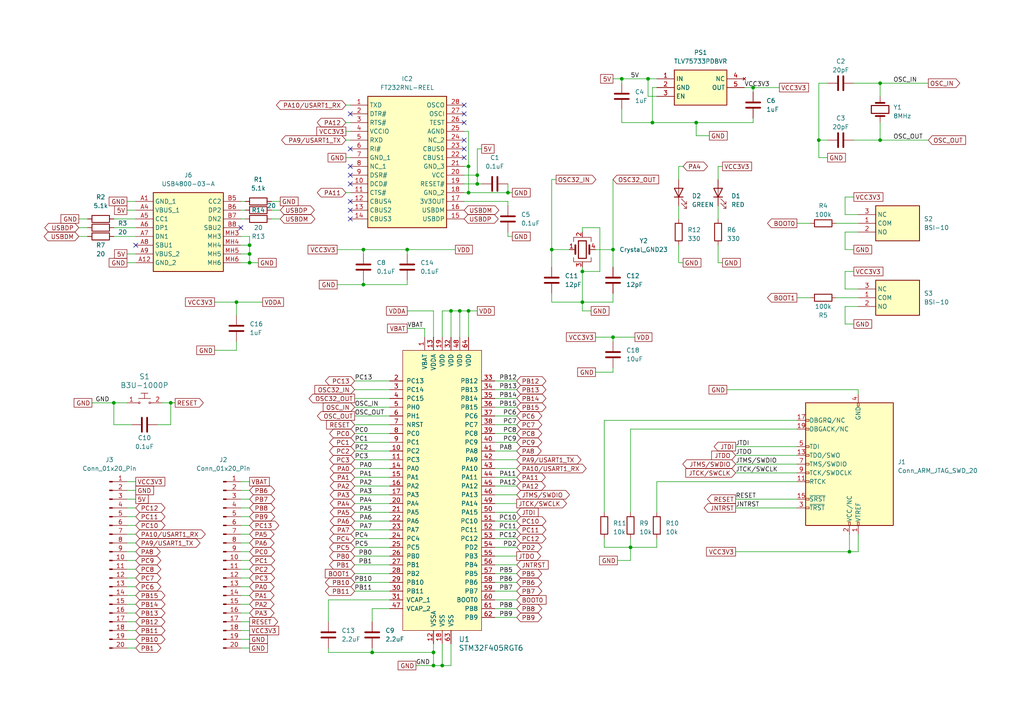
<source format=kicad_sch>
(kicad_sch (version 20230121) (generator eeschema)
  (paper "A4")
  (title_block (title "STM32F405RGT6 Dev Board") (date "2023-12-16") (rev "1.0.0"))
  (junction (at 201.93 35.56))
  (junction (at 180.34 22.86))
  (junction (at 177.8 97.79))
  (junction (at 168.91 78.74))
  (junction (at 135.89 90.17))
  (junction (at 182.88 158.75))
  (junction (at 237.49 40.64))
  (junction (at 125.73 189.23))
  (junction (at 138.43 53.34))
  (junction (at 125.73 193.04))
  (junction (at 147.32 55.88))
  (junction (at 138.43 50.8))
  (junction (at 218.44 25.4))
  (junction (at 105.41 72.39))
  (junction (at 107.95 189.23))
  (junction (at 72.39 71.12))
  (junction (at 187.96 22.86))
  (junction (at 33.02 116.84))
  (junction (at 130.81 90.17))
  (junction (at 160.02 72.39))
  (junction (at 49.53 116.84))
  (junction (at 68.58 87.63))
  (junction (at 128.27 193.04))
  (junction (at 72.39 73.66))
  (junction (at 105.41 82.55))
  (junction (at 255.27 24.13))
  (junction (at 118.11 72.39))
  (junction (at 189.23 35.56))
  (junction (at 133.35 90.17))
  (junction (at 135.89 55.88))
  (junction (at 72.39 76.2))
  (junction (at 255.27 40.64))
  (junction (at 246.38 160.02))
  (junction (at 135.89 48.26))
  (junction (at 177.8 72.39))
  (junction (at 168.91 87.63))
  (no_connect (at 101.6 43.18))
  (no_connect (at 101.6 33.02))
  (no_connect (at 69.85 66.04))
  (no_connect (at 134.62 45.72))
  (no_connect (at 134.62 33.02))
  (no_connect (at 134.62 35.56))
  (no_connect (at 101.6 58.42))
  (no_connect (at 101.6 50.8))
  (no_connect (at 134.62 40.64))
  (no_connect (at 39.37 71.12))
  (no_connect (at 101.6 63.5))
  (no_connect (at 134.62 30.48))
  (no_connect (at 101.6 60.96))
  (no_connect (at 101.6 53.34))
  (no_connect (at 134.62 43.18))
  (no_connect (at 101.6 48.26))
  (wire (pts (xy 39.37 175.26) (xy 36.83 175.26)))
  (wire (pts (xy 143.51 161.29) (xy 149.86 161.29)))
  (wire (pts (xy 118.11 81.28) (xy 118.11 82.55)))
  (wire (pts (xy 50.8 116.84) (xy 49.53 116.84)))
  (wire (pts (xy 118.11 72.39) (xy 132.08 72.39)))
  (wire (pts (xy 213.36 129.54) (xy 231.14 129.54)))
  (wire (pts (xy 255.27 40.64) (xy 255.27 35.56)))
  (wire (pts (xy 177.8 97.79) (xy 177.8 99.06)))
  (wire (pts (xy 149.86 118.11) (xy 143.51 118.11)))
  (wire (pts (xy 245.11 78.74) (xy 245.11 83.82)))
  (wire (pts (xy 102.87 140.97) (xy 113.03 140.97)))
  (wire (pts (xy 138.43 53.34) (xy 139.7 53.34)))
  (wire (pts (xy 143.51 146.05) (xy 149.86 146.05)))
  (wire (pts (xy 72.39 154.94) (xy 69.85 154.94)))
  (wire (pts (xy 81.28 63.5) (xy 78.74 63.5)))
  (wire (pts (xy 81.28 60.96) (xy 78.74 60.96)))
  (wire (pts (xy 179.07 162.56) (xy 182.88 162.56)))
  (wire (pts (xy 139.7 43.18) (xy 138.43 43.18)))
  (wire (pts (xy 208.28 59.69) (xy 208.28 63.5)))
  (wire (pts (xy 36.83 147.32) (xy 39.37 147.32)))
  (wire (pts (xy 248.92 67.31) (xy 245.11 67.31)))
  (wire (pts (xy 39.37 180.34) (xy 36.83 180.34)))
  (wire (pts (xy 208.28 76.2) (xy 209.55 76.2)))
  (wire (pts (xy 128.27 193.04) (xy 125.73 193.04)))
  (wire (pts (xy 102.87 128.27) (xy 113.03 128.27)))
  (wire (pts (xy 143.51 113.03) (xy 149.86 113.03)))
  (wire (pts (xy 26.67 116.84) (xy 33.02 116.84)))
  (wire (pts (xy 72.39 76.2) (xy 69.85 76.2)))
  (wire (pts (xy 125.73 189.23) (xy 125.73 193.04)))
  (wire (pts (xy 160.02 52.07) (xy 161.29 52.07)))
  (wire (pts (xy 22.86 63.5) (xy 25.4 63.5)))
  (wire (pts (xy 69.85 60.96) (xy 71.12 60.96)))
  (wire (pts (xy 102.87 148.59) (xy 113.03 148.59)))
  (wire (pts (xy 149.86 135.89) (xy 143.51 135.89)))
  (wire (pts (xy 49.53 116.84) (xy 46.99 116.84)))
  (wire (pts (xy 149.86 133.35) (xy 143.51 133.35)))
  (wire (pts (xy 237.49 40.64) (xy 240.03 40.64)))
  (wire (pts (xy 208.28 48.26) (xy 208.28 52.07)))
  (wire (pts (xy 182.88 156.21) (xy 182.88 158.75)))
  (wire (pts (xy 102.87 153.67) (xy 113.03 153.67)))
  (wire (pts (xy 123.19 97.79) (xy 123.19 95.25)))
  (wire (pts (xy 246.38 160.02) (xy 248.92 160.02)))
  (wire (pts (xy 201.93 35.56) (xy 218.44 35.56)))
  (wire (pts (xy 175.26 156.21) (xy 175.26 158.75)))
  (wire (pts (xy 128.27 186.69) (xy 128.27 193.04)))
  (wire (pts (xy 147.32 55.88) (xy 148.59 55.88)))
  (wire (pts (xy 39.37 167.64) (xy 36.83 167.64)))
  (wire (pts (xy 190.5 158.75) (xy 190.5 156.21)))
  (wire (pts (xy 177.8 72.39) (xy 177.8 77.47)))
  (wire (pts (xy 62.23 101.6) (xy 68.58 101.6)))
  (wire (pts (xy 149.86 176.53) (xy 143.51 176.53)))
  (wire (pts (xy 72.39 175.26) (xy 69.85 175.26)))
  (wire (pts (xy 102.87 133.35) (xy 113.03 133.35)))
  (wire (pts (xy 68.58 101.6) (xy 68.58 99.06)))
  (wire (pts (xy 218.44 26.67) (xy 218.44 25.4)))
  (wire (pts (xy 213.36 132.08) (xy 231.14 132.08)))
  (wire (pts (xy 72.39 68.58) (xy 72.39 71.12)))
  (wire (pts (xy 255.27 40.64) (xy 269.24 40.64)))
  (wire (pts (xy 149.86 128.27) (xy 143.51 128.27)))
  (wire (pts (xy 72.39 177.8) (xy 69.85 177.8)))
  (wire (pts (xy 180.34 31.75) (xy 180.34 35.56)))
  (wire (pts (xy 209.55 48.26) (xy 208.28 48.26)))
  (wire (pts (xy 102.87 113.03) (xy 113.03 113.03)))
  (wire (pts (xy 107.95 180.34) (xy 107.95 176.53)))
  (wire (pts (xy 125.73 90.17) (xy 125.73 97.79)))
  (wire (pts (xy 242.57 64.77) (xy 248.92 64.77)))
  (wire (pts (xy 180.34 22.86) (xy 187.96 22.86)))
  (wire (pts (xy 213.36 160.02) (xy 246.38 160.02)))
  (wire (pts (xy 149.86 125.73) (xy 143.51 125.73)))
  (wire (pts (xy 36.83 144.78) (xy 39.37 144.78)))
  (wire (pts (xy 247.65 40.64) (xy 255.27 40.64)))
  (wire (pts (xy 36.83 139.7) (xy 39.37 139.7)))
  (wire (pts (xy 69.85 71.12) (xy 72.39 71.12)))
  (wire (pts (xy 100.33 45.72) (xy 101.6 45.72)))
  (wire (pts (xy 125.73 186.69) (xy 125.73 189.23)))
  (wire (pts (xy 130.81 186.69) (xy 130.81 193.04)))
  (wire (pts (xy 147.32 68.58) (xy 148.59 68.58)))
  (wire (pts (xy 72.39 73.66) (xy 72.39 76.2)))
  (wire (pts (xy 138.43 90.17) (xy 135.89 90.17)))
  (wire (pts (xy 97.79 82.55) (xy 105.41 82.55)))
  (wire (pts (xy 138.43 50.8) (xy 134.62 50.8)))
  (wire (pts (xy 245.11 62.23) (xy 248.92 62.23)))
  (wire (pts (xy 113.03 173.99) (xy 95.25 173.99)))
  (wire (pts (xy 38.1 123.19) (xy 33.02 123.19)))
  (wire (pts (xy 39.37 185.42) (xy 36.83 185.42)))
  (wire (pts (xy 172.72 72.39) (xy 177.8 72.39)))
  (wire (pts (xy 147.32 58.42) (xy 147.32 59.69)))
  (wire (pts (xy 72.39 172.72) (xy 69.85 172.72)))
  (wire (pts (xy 149.86 115.57) (xy 143.51 115.57)))
  (wire (pts (xy 133.35 90.17) (xy 133.35 97.79)))
  (wire (pts (xy 49.53 123.19) (xy 49.53 116.84)))
  (wire (pts (xy 213.36 137.16) (xy 231.14 137.16)))
  (wire (pts (xy 45.72 123.19) (xy 49.53 123.19)))
  (wire (pts (xy 135.89 55.88) (xy 134.62 55.88)))
  (wire (pts (xy 39.37 170.18) (xy 36.83 170.18)))
  (wire (pts (xy 143.51 143.51) (xy 149.86 143.51)))
  (wire (pts (xy 218.44 34.29) (xy 218.44 35.56)))
  (wire (pts (xy 133.35 90.17) (xy 130.81 90.17)))
  (wire (pts (xy 160.02 72.39) (xy 160.02 77.47)))
  (wire (pts (xy 102.87 168.91) (xy 113.03 168.91)))
  (wire (pts (xy 102.87 143.51) (xy 113.03 143.51)))
  (wire (pts (xy 39.37 172.72) (xy 36.83 172.72)))
  (wire (pts (xy 196.85 59.69) (xy 196.85 63.5)))
  (wire (pts (xy 72.39 167.64) (xy 69.85 167.64)))
  (wire (pts (xy 160.02 87.63) (xy 168.91 87.63)))
  (wire (pts (xy 149.86 158.75) (xy 143.51 158.75)))
  (wire (pts (xy 173.99 66.04) (xy 173.99 78.74)))
  (wire (pts (xy 62.23 87.63) (xy 68.58 87.63)))
  (wire (pts (xy 237.49 45.72) (xy 237.49 40.64)))
  (wire (pts (xy 69.85 73.66) (xy 72.39 73.66)))
  (wire (pts (xy 102.87 146.05) (xy 113.03 146.05)))
  (wire (pts (xy 177.8 97.79) (xy 184.15 97.79)))
  (wire (pts (xy 72.39 147.32) (xy 69.85 147.32)))
  (wire (pts (xy 135.89 38.1) (xy 135.89 48.26)))
  (wire (pts (xy 22.86 66.04) (xy 25.4 66.04)))
  (wire (pts (xy 190.5 139.7) (xy 190.5 148.59)))
  (wire (pts (xy 33.02 68.58) (xy 39.37 68.58)))
  (wire (pts (xy 72.39 162.56) (xy 69.85 162.56)))
  (wire (pts (xy 102.87 138.43) (xy 113.03 138.43)))
  (wire (pts (xy 102.87 118.11) (xy 113.03 118.11)))
  (wire (pts (xy 134.62 53.34) (xy 138.43 53.34)))
  (wire (pts (xy 143.51 173.99) (xy 149.86 173.99)))
  (wire (pts (xy 190.5 27.94) (xy 187.96 27.94)))
  (wire (pts (xy 36.83 149.86) (xy 39.37 149.86)))
  (wire (pts (xy 72.39 170.18) (xy 69.85 170.18)))
  (wire (pts (xy 231.14 121.92) (xy 175.26 121.92)))
  (wire (pts (xy 182.88 148.59) (xy 182.88 124.46)))
  (wire (pts (xy 215.9 25.4) (xy 218.44 25.4)))
  (wire (pts (xy 149.86 166.37) (xy 143.51 166.37)))
  (wire (pts (xy 177.8 87.63) (xy 177.8 85.09)))
  (wire (pts (xy 36.83 60.96) (xy 39.37 60.96)))
  (wire (pts (xy 189.23 25.4) (xy 189.23 35.56)))
  (wire (pts (xy 130.81 193.04) (xy 128.27 193.04)))
  (wire (pts (xy 248.92 88.9) (xy 245.11 88.9)))
  (wire (pts (xy 168.91 66.04) (xy 173.99 66.04)))
  (wire (pts (xy 134.62 58.42) (xy 147.32 58.42)))
  (wire (pts (xy 189.23 35.56) (xy 201.93 35.56)))
  (wire (pts (xy 196.85 48.26) (xy 196.85 52.07)))
  (wire (pts (xy 69.85 180.34) (xy 72.39 180.34)))
  (wire (pts (xy 143.51 130.81) (xy 149.86 130.81)))
  (wire (pts (xy 72.39 76.2) (xy 74.93 76.2)))
  (wire (pts (xy 102.87 125.73) (xy 113.03 125.73)))
  (wire (pts (xy 72.39 152.4) (xy 69.85 152.4)))
  (wire (pts (xy 72.39 160.02) (xy 69.85 160.02)))
  (wire (pts (xy 100.33 55.88) (xy 101.6 55.88)))
  (wire (pts (xy 149.86 120.65) (xy 143.51 120.65)))
  (wire (pts (xy 240.03 45.72) (xy 237.49 45.72)))
  (wire (pts (xy 231.14 139.7) (xy 190.5 139.7)))
  (wire (pts (xy 180.34 22.86) (xy 180.34 24.13)))
  (wire (pts (xy 36.83 152.4) (xy 39.37 152.4)))
  (wire (pts (xy 72.39 144.78) (xy 69.85 144.78)))
  (wire (pts (xy 102.87 120.65) (xy 113.03 120.65)))
  (wire (pts (xy 107.95 187.96) (xy 107.95 189.23)))
  (wire (pts (xy 72.39 165.1) (xy 69.85 165.1)))
  (wire (pts (xy 135.89 90.17) (xy 135.89 97.79)))
  (wire (pts (xy 33.02 66.04) (xy 39.37 66.04)))
  (wire (pts (xy 118.11 90.17) (xy 125.73 90.17)))
  (wire (pts (xy 100.33 40.64) (xy 101.6 40.64)))
  (wire (pts (xy 160.02 52.07) (xy 160.02 72.39)))
  (wire (pts (xy 231.14 64.77) (xy 234.95 64.77)))
  (wire (pts (xy 134.62 48.26) (xy 135.89 48.26)))
  (wire (pts (xy 175.26 121.92) (xy 175.26 148.59)))
  (wire (pts (xy 237.49 24.13) (xy 237.49 40.64)))
  (wire (pts (xy 168.91 66.04) (xy 168.91 67.31)))
  (wire (pts (xy 196.85 71.12) (xy 196.85 76.2)))
  (wire (pts (xy 172.72 97.79) (xy 177.8 97.79)))
  (wire (pts (xy 245.11 83.82) (xy 248.92 83.82)))
  (wire (pts (xy 246.38 154.94) (xy 246.38 160.02)))
  (wire (pts (xy 36.83 154.94) (xy 39.37 154.94)))
  (wire (pts (xy 182.88 124.46) (xy 231.14 124.46)))
  (wire (pts (xy 39.37 187.96) (xy 36.83 187.96)))
  (wire (pts (xy 72.39 157.48) (xy 69.85 157.48)))
  (wire (pts (xy 118.11 72.39) (xy 105.41 72.39)))
  (wire (pts (xy 68.58 87.63) (xy 76.2 87.63)))
  (wire (pts (xy 248.92 154.94) (xy 248.92 160.02)))
  (wire (pts (xy 68.58 87.63) (xy 68.58 91.44)))
  (wire (pts (xy 168.91 78.74) (xy 168.91 87.63)))
  (wire (pts (xy 69.85 182.88) (xy 72.39 182.88)))
  (wire (pts (xy 255.27 24.13) (xy 269.24 24.13)))
  (wire (pts (xy 177.8 107.95) (xy 177.8 106.68)))
  (wire (pts (xy 118.11 72.39) (xy 118.11 73.66)))
  (wire (pts (xy 72.39 149.86) (xy 69.85 149.86)))
  (wire (pts (xy 100.33 38.1) (xy 101.6 38.1)))
  (wire (pts (xy 102.87 161.29) (xy 113.03 161.29)))
  (wire (pts (xy 107.95 189.23) (xy 125.73 189.23)))
  (wire (pts (xy 173.99 78.74) (xy 168.91 78.74)))
  (wire (pts (xy 240.03 24.13) (xy 237.49 24.13)))
  (wire (pts (xy 171.45 90.17) (xy 168.91 90.17)))
  (wire (pts (xy 102.87 110.49) (xy 113.03 110.49)))
  (wire (pts (xy 182.88 158.75) (xy 182.88 162.56)))
  (wire (pts (xy 177.8 52.07) (xy 177.8 72.39)))
  (wire (pts (xy 128.27 90.17) (xy 128.27 97.79)))
  (wire (pts (xy 255.27 27.94) (xy 255.27 24.13)))
  (wire (pts (xy 95.25 187.96) (xy 95.25 189.23)))
  (wire (pts (xy 95.25 173.99) (xy 95.25 180.34)))
  (wire (pts (xy 138.43 50.8) (xy 138.43 53.34)))
  (wire (pts (xy 118.11 95.25) (xy 123.19 95.25)))
  (wire (pts (xy 102.87 123.19) (xy 113.03 123.19)))
  (wire (pts (xy 182.88 158.75) (xy 190.5 158.75)))
  (wire (pts (xy 247.65 93.98) (xy 245.11 93.98)))
  (wire (pts (xy 245.11 57.15) (xy 245.11 62.23)))
  (wire (pts (xy 72.39 71.12) (xy 72.39 73.66)))
  (wire (pts (xy 102.87 158.75) (xy 113.03 158.75)))
  (wire (pts (xy 210.82 113.03) (xy 248.92 113.03)))
  (wire (pts (xy 208.28 71.12) (xy 208.28 76.2)))
  (wire (pts (xy 69.85 58.42) (xy 71.12 58.42)))
  (wire (pts (xy 168.91 87.63) (xy 177.8 87.63)))
  (wire (pts (xy 187.96 27.94) (xy 187.96 22.86)))
  (wire (pts (xy 149.86 179.07) (xy 143.51 179.07)))
  (wire (pts (xy 190.5 25.4) (xy 189.23 25.4)))
  (wire (pts (xy 213.36 134.62) (xy 231.14 134.62)))
  (wire (pts (xy 168.91 90.17) (xy 168.91 87.63)))
  (wire (pts (xy 97.79 72.39) (xy 105.41 72.39)))
  (wire (pts (xy 213.36 147.32) (xy 231.14 147.32)))
  (wire (pts (xy 135.89 90.17) (xy 133.35 90.17)))
  (wire (pts (xy 234.95 86.36) (xy 231.14 86.36)))
  (wire (pts (xy 100.33 30.48) (xy 101.6 30.48)))
  (wire (pts (xy 39.37 162.56) (xy 36.83 162.56)))
  (wire (pts (xy 248.92 113.03) (xy 248.92 114.3)))
  (wire (pts (xy 36.83 58.42) (xy 39.37 58.42)))
  (wire (pts (xy 242.57 86.36) (xy 248.92 86.36)))
  (wire (pts (xy 39.37 160.02) (xy 36.83 160.02)))
  (wire (pts (xy 102.87 156.21) (xy 113.03 156.21)))
  (wire (pts (xy 149.86 123.19) (xy 143.51 123.19)))
  (wire (pts (xy 100.33 35.56) (xy 101.6 35.56)))
  (wire (pts (xy 69.85 68.58) (xy 72.39 68.58)))
  (wire (pts (xy 102.87 163.83) (xy 113.03 163.83)))
  (wire (pts (xy 175.26 158.75) (xy 182.88 158.75)))
  (wire (pts (xy 78.74 58.42) (xy 81.28 58.42)))
  (wire (pts (xy 102.87 135.89) (xy 113.03 135.89)))
  (wire (pts (xy 135.89 55.88) (xy 147.32 55.88)))
  (wire (pts (xy 22.86 68.58) (xy 25.4 68.58)))
  (wire (pts (xy 149.86 168.91) (xy 143.51 168.91)))
  (wire (pts (xy 102.87 171.45) (xy 113.03 171.45)))
  (wire (pts (xy 245.11 72.39) (xy 247.65 72.39)))
  (wire (pts (xy 105.41 81.28) (xy 105.41 82.55)))
  (wire (pts (xy 196.85 76.2) (xy 198.12 76.2)))
  (wire (pts (xy 198.12 48.26) (xy 196.85 48.26)))
  (wire (pts (xy 130.81 90.17) (xy 130.81 97.79)))
  (wire (pts (xy 36.83 157.48) (xy 39.37 157.48)))
  (wire (pts (xy 143.51 163.83) (xy 149.86 163.83)))
  (wire (pts (xy 33.02 63.5) (xy 39.37 63.5)))
  (wire (pts (xy 190.5 22.86) (xy 187.96 22.86)))
  (wire (pts (xy 149.86 156.21) (xy 143.51 156.21)))
  (wire (pts (xy 36.83 142.24) (xy 39.37 142.24)))
  (wire (pts (xy 33.02 123.19) (xy 33.02 116.84)))
  (wire (pts (xy 149.86 153.67) (xy 143.51 153.67)))
  (wire (pts (xy 149.86 110.49) (xy 143.51 110.49)))
  (wire (pts (xy 135.89 48.26) (xy 135.89 55.88)))
  (wire (pts (xy 102.87 130.81) (xy 113.03 130.81)))
  (wire (pts (xy 33.02 116.84) (xy 36.83 116.84)))
  (wire (pts (xy 69.85 185.42) (xy 72.39 185.42)))
  (wire (pts (xy 39.37 177.8) (xy 36.83 177.8)))
  (wire (pts (xy 105.41 72.39) (xy 105.41 73.66)))
  (wire (pts (xy 143.51 148.59) (xy 149.86 148.59)))
  (wire (pts (xy 147.32 67.31) (xy 147.32 68.58)))
  (wire (pts (xy 69.85 187.96) (xy 72.39 187.96)))
  (wire (pts (xy 180.34 35.56) (xy 189.23 35.56)))
  (wire (pts (xy 149.86 151.13) (xy 143.51 151.13)))
  (wire (pts (xy 69.85 139.7) (xy 72.39 139.7)))
  (wire (pts (xy 72.39 142.24) (xy 69.85 142.24)))
  (wire (pts (xy 69.85 63.5) (xy 71.12 63.5)))
  (wire (pts (xy 172.72 107.95) (xy 177.8 107.95)))
  (wire (pts (xy 134.62 38.1) (xy 135.89 38.1)))
  (wire (pts (xy 102.87 115.57) (xy 113.03 115.57)))
  (wire (pts (xy 205.74 39.37) (xy 201.93 39.37)))
  (wire (pts (xy 102.87 166.37) (xy 113.03 166.37)))
  (wire (pts (xy 149.86 171.45) (xy 143.51 171.45)))
  (wire (pts (xy 168.91 77.47) (xy 168.91 78.74)))
  (wire (pts (xy 201.93 39.37) (xy 201.93 35.56)))
  (wire (pts (xy 147.32 53.34) (xy 147.32 55.88)))
  (wire (pts (xy 39.37 165.1) (xy 36.83 165.1)))
  (wire (pts (xy 160.02 85.09) (xy 160.02 87.63)))
  (wire (pts (xy 247.65 78.74) (xy 245.11 78.74)))
  (wire (pts (xy 120.65 193.04) (xy 125.73 193.04)))
  (wire (pts (xy 218.44 25.4) (xy 226.06 25.4)))
  (wire (pts (xy 213.36 144.78) (xy 231.14 144.78)))
  (wire (pts (xy 118.11 82.55) (xy 105.41 82.55)))
  (wire (pts (xy 138.43 43.18) (xy 138.43 50.8)))
  (wire (pts (xy 255.27 24.13) (xy 247.65 24.13)))
  (wire (pts (xy 177.8 22.86) (xy 180.34 22.86)))
  (wire (pts (xy 36.83 73.66) (xy 39.37 73.66)))
  (wire (pts (xy 39.37 182.88) (xy 36.83 182.88)))
  (wire (pts (xy 102.87 151.13) (xy 113.03 151.13)))
  (wire (pts (xy 245.11 67.31) (xy 245.11 72.39)))
  (wire (pts (xy 245.11 57.15) (xy 247.65 57.15)))
  (wire (pts (xy 95.25 189.23) (xy 107.95 189.23)))
  (wire (pts (xy 130.81 90.17) (xy 128.27 90.17)))
  (wire (pts (xy 143.51 138.43) (xy 149.86 138.43)))
  (wire (pts (xy 160.02 72.39) (xy 165.1 72.39)))
  (wire (pts (xy 107.95 176.53) (xy 113.03 176.53)))
  (wire (pts (xy 245.11 93.98) (xy 245.11 88.9)))
  (wire (pts (xy 143.51 140.97) (xy 149.86 140.97)))
  (wire (pts (xy 36.83 76.2) (xy 39.37 76.2)))
  (label "OSC_OUT" (at 102.87 120.65 0))
  (label "PA8" (at 144.78 130.81 0))
  (label "PC3" (at 102.87 133.35 0))
  (label "PC6" (at 149.86 120.65 180))
  (label "JNTRST" (at 213.36 147.32 0))
  (label "PB5" (at 144.78 166.37 0))
  (label "PA6" (at 107.95 151.13 180))
  (label "PB8" (at 144.78 176.53 0))
  (label "PA1" (at 107.95 138.43 180))
  (label "JTCK{slash}SWCLK" (at 213.36 137.16 0))
  (label "PC13" (at 102.87 110.49 0))
  (label "PB11" (at 107.95 171.45 180))
  (label "PB6" (at 144.78 168.91 0))
  (label "PB15" (at 144.78 118.11 0))
  (label "PA5" (at 107.95 148.59 180))
  (label "PC11" (at 149.86 153.67 180))
  (label "PC12" (at 149.86 156.21 180))
  (label "PC7" (at 149.86 123.19 180))
  (label "PA2" (at 107.95 140.97 180))
  (label "PC1" (at 102.87 128.27 0))
  (label "PC4" (at 102.87 156.21 0))
  (label "PB12" (at 144.78 110.49 0))
  (label "RESET" (at 213.36 144.78 0))
  (label "PA0" (at 107.95 135.89 180))
  (label "JTMS{slash}SWDIO" (at 213.36 134.62 0))
  (label "PB13" (at 144.78 113.03 0))
  (label "PB1" (at 107.95 163.83 180))
  (label "JTDI" (at 213.36 129.54 0))
  (label "GND" (at 31.75 116.84 180))
  (label "OSC_IN" (at 102.87 118.11 0))
  (label "PC2" (at 102.87 130.81 0))
  (label "VBAT" (at 118.11 95.25 0))
  (label "PA3" (at 107.95 143.51 180))
  (label "PB10" (at 107.95 168.91 180))
  (label "PC8" (at 149.86 125.73 180))
  (label "PD2" (at 149.86 158.75 180))
  (label "PC10" (at 149.86 151.13 180))
  (label "PB9" (at 144.78 179.07 0))
  (label "PA11" (at 144.78 138.43 0))
  (label "PA4" (at 107.95 146.05 180))
  (label "PC9" (at 149.86 128.27 180))
  (label "PB7" (at 144.78 171.45 0))
  (label "PC5" (at 102.87 158.75 0))
  (label "OSC_IN" (at 259.08 24.13 0))
  (label "PA12" (at 144.78 140.97 0))
  (label "OSC_OUT" (at 259.08 40.64 0))
  (label "PB14" (at 144.78 115.57 0))
  (label "PC0" (at 102.87 125.73 0))
  (label "PA7" (at 107.95 153.67 180))
  (label "VCC3V3" (at 215.9 25.4 0))
  (label "JTDO" (at 213.36 132.08 0))
  (label "PB0" (at 107.95 161.29 180))
  (label "GND" (at 120.65 193.04 0))
  (label "5V" (at 182.88 22.86 0))
  (global_label "GND" (shape passive) (at 72.39 187.96 0) (property "Intersheetrefs" "${INTERSHEET_REFS}" (effects hide)))
  (global_label "5V" (shape passive) (at 177.8 22.86 180) (property "Intersheetrefs" "${INTERSHEET_REFS}" (effects hide)))
  (global_label "JTCK{slash}SWCLK" (shape input) (at 213.36 137.16 180) (property "Intersheetrefs" "${INTERSHEET_REFS}" (effects hide)))
  (global_label "VCC3V3" (shape passive) (at 213.36 160.02 180) (property "Intersheetrefs" "${INTERSHEET_REFS}" (effects hide)))
  (global_label "PB7" (shape bidirectional) (at 72.39 144.78 0) (property "Intersheetrefs" "${INTERSHEET_REFS}" (effects hide)))
  (global_label "PC7" (shape bidirectional) (at 149.86 123.19 0) (property "Intersheetrefs" "${INTERSHEET_REFS}" (effects hide)))
  (global_label "VBAT" (shape passive) (at 72.39 139.7 0) (property "Intersheetrefs" "${INTERSHEET_REFS}" (effects hide)))
  (global_label "PC9" (shape bidirectional) (at 149.86 128.27 0) (property "Intersheetrefs" "${INTERSHEET_REFS}" (effects hide)))
  (global_label "BOOT0" (shape input) (at 149.86 173.99 0) (property "Intersheetrefs" "${INTERSHEET_REFS}" (effects hide)))
  (global_label "VDDA" (shape passive) (at 118.11 90.17 180) (property "Intersheetrefs" "${INTERSHEET_REFS}" (effects hide)))
  (global_label "PB13" (shape bidirectional) (at 149.86 113.03 0) (property "Intersheetrefs" "${INTERSHEET_REFS}" (effects hide)))
  (global_label "VCC3V3" (shape passive) (at 247.65 78.74 0) (property "Intersheetrefs" "${INTERSHEET_REFS}" (effects hide)))
  (global_label "GND" (shape passive) (at 100.33 45.72 180) (property "Intersheetrefs" "${INTERSHEET_REFS}" (effects hide)))
  (global_label "PC1" (shape bidirectional) (at 72.39 162.56 0) (property "Intersheetrefs" "${INTERSHEET_REFS}" (effects hide)))
  (global_label "BOOT1" (shape input) (at 102.87 166.37 180) (property "Intersheetrefs" "${INTERSHEET_REFS}" (effects hide)))
  (global_label "5V" (shape passive) (at 39.37 144.78 0) (property "Intersheetrefs" "${INTERSHEET_REFS}" (effects hide)))
  (global_label "PC6" (shape bidirectional) (at 39.37 170.18 0) (property "Intersheetrefs" "${INTERSHEET_REFS}" (effects hide)))
  (global_label "GND" (shape passive) (at 198.12 76.2 0) (property "Intersheetrefs" "${INTERSHEET_REFS}" (effects hide)))
  (global_label "PC8" (shape bidirectional) (at 149.86 125.73 0) (property "Intersheetrefs" "${INTERSHEET_REFS}" (effects hide)))
  (global_label "5V" (shape passive) (at 139.7 43.18 0) (property "Intersheetrefs" "${INTERSHEET_REFS}" (effects hide)))
  (global_label "OSC_IN" (shape output) (at 269.24 24.13 0) (property "Intersheetrefs" "${INTERSHEET_REFS}" (effects hide)))
  (global_label "PC0" (shape bidirectional) (at 102.87 125.73 180) (property "Intersheetrefs" "${INTERSHEET_REFS}" (effects hide)))
  (global_label "RESET" (shape input) (at 102.87 123.19 180) (property "Intersheetrefs" "${INTERSHEET_REFS}" (effects hide)))
  (global_label "PA8" (shape bidirectional) (at 39.37 160.02 0) (property "Intersheetrefs" "${INTERSHEET_REFS}" (effects hide)))
  (global_label "PA10{slash}USART1_RX" (shape bidirectional) (at 149.86 135.89 0) (property "Intersheetrefs" "${INTERSHEET_REFS}" (effects hide)))
  (global_label "OSC32_OUT" (shape output) (at 102.87 115.57 180) (property "Intersheetrefs" "${INTERSHEET_REFS}" (effects hide)))
  (global_label "GND" (shape passive) (at 74.93 76.2 0) (property "Intersheetrefs" "${INTERSHEET_REFS}" (effects hide)))
  (global_label "GND" (shape passive) (at 148.59 68.58 0) (property "Intersheetrefs" "${INTERSHEET_REFS}" (effects hide)))
  (global_label "PB11" (shape bidirectional) (at 102.87 171.45 180) (property "Intersheetrefs" "${INTERSHEET_REFS}" (effects hide)))
  (global_label "RESET" (shape output) (at 50.8 116.84 0) (property "Intersheetrefs" "${INTERSHEET_REFS}" (effects hide)))
  (global_label "VDD" (shape passive) (at 138.43 90.17 0) (property "Intersheetrefs" "${INTERSHEET_REFS}" (effects hide)))
  (global_label "VCC3V3" (shape passive) (at 226.06 25.4 0) (property "Intersheetrefs" "${INTERSHEET_REFS}" (effects hide)))
  (global_label "JTDI" (shape input) (at 149.86 148.59 0) (property "Intersheetrefs" "${INTERSHEET_REFS}" (effects hide)))
  (global_label "OSC32_IN" (shape output) (at 161.29 52.07 0) (property "Intersheetrefs" "${INTERSHEET_REFS}" (effects hide)))
  (global_label "PA12" (shape bidirectional) (at 100.33 35.56 180) (property "Intersheetrefs" "${INTERSHEET_REFS}" (effects hide)))
  (global_label "PC5" (shape bidirectional) (at 102.87 158.75 180) (property "Intersheetrefs" "${INTERSHEET_REFS}" (effects hide)))
  (global_label "GND" (shape passive) (at 26.67 116.84 180) (property "Intersheetrefs" "${INTERSHEET_REFS}" (effects hide)))
  (global_label "PA9{slash}USART1_TX" (shape bidirectional) (at 100.33 40.64 180) (property "Intersheetrefs" "${INTERSHEET_REFS}" (effects hide)))
  (global_label "5V" (shape passive) (at 36.83 60.96 180) (property "Intersheetrefs" "${INTERSHEET_REFS}" (effects hide)))
  (global_label "GND" (shape passive) (at 81.28 58.42 0) (property "Intersheetrefs" "${INTERSHEET_REFS}" (effects hide)))
  (global_label "PB6" (shape bidirectional) (at 72.39 142.24 0) (property "Intersheetrefs" "${INTERSHEET_REFS}" (effects hide)))
  (global_label "GND" (shape passive) (at 172.72 107.95 180) (property "Intersheetrefs" "${INTERSHEET_REFS}" (effects hide)))
  (global_label "PB8" (shape bidirectional) (at 149.86 176.53 0) (property "Intersheetrefs" "${INTERSHEET_REFS}" (effects hide)))
  (global_label "VCC3V3" (shape passive) (at 62.23 87.63 180) (property "Intersheetrefs" "${INTERSHEET_REFS}" (effects hide)))
  (global_label "PC4" (shape bidirectional) (at 102.87 156.21 180) (property "Intersheetrefs" "${INTERSHEET_REFS}" (effects hide)))
  (global_label "OSC_OUT" (shape output) (at 102.87 120.65 180) (property "Intersheetrefs" "${INTERSHEET_REFS}" (effects hide)))
  (global_label "PB6" (shape bidirectional) (at 149.86 168.91 0) (property "Intersheetrefs" "${INTERSHEET_REFS}" (effects hide)))
  (global_label "PB5" (shape bidirectional) (at 149.86 166.37 0) (property "Intersheetrefs" "${INTERSHEET_REFS}" (effects hide)))
  (global_label "GND" (shape passive) (at 171.45 90.17 0) (property "Intersheetrefs" "${INTERSHEET_REFS}" (effects hide)))
  (global_label "PA5" (shape bidirectional) (at 72.39 154.94 0) (property "Intersheetrefs" "${INTERSHEET_REFS}" (effects hide)))
  (global_label "PA0" (shape bidirectional) (at 102.87 135.89 180) (property "Intersheetrefs" "${INTERSHEET_REFS}" (effects hide)))
  (global_label "PA4" (shape bidirectional) (at 102.87 146.05 180) (property "Intersheetrefs" "${INTERSHEET_REFS}" (effects hide)))
  (global_label "PC10" (shape bidirectional) (at 149.86 151.13 0) (property "Intersheetrefs" "${INTERSHEET_REFS}" (effects hide)))
  (global_label "GND" (shape passive) (at 205.74 39.37 0) (property "Intersheetrefs" "${INTERSHEET_REFS}" (effects hide)))
  (global_label "VCC3V3" (shape passive) (at 247.65 57.15 0) (property "Intersheetrefs" "${INTERSHEET_REFS}" (effects hide)))
  (global_label "PA8" (shape bidirectional) (at 149.86 130.81 0) (property "Intersheetrefs" "${INTERSHEET_REFS}" (effects hide)))
  (global_label "PA1" (shape bidirectional) (at 72.39 172.72 0) (property "Intersheetrefs" "${INTERSHEET_REFS}" (effects hide)))
  (global_label "USBDP" (shape bidirectional) (at 81.28 60.96 0) (property "Intersheetrefs" "${INTERSHEET_REFS}" (effects hide)))
  (global_label "PA1" (shape bidirectional) (at 102.87 138.43 180) (property "Intersheetrefs" "${INTERSHEET_REFS}" (effects hide)))
  (global_label "PC11" (shape bidirectional) (at 149.86 153.67 0) (property "Intersheetrefs" "${INTERSHEET_REFS}" (effects hide)))
  (global_label "OSC_OUT" (shape input) (at 269.24 40.64 0) (property "Intersheetrefs" "${INTERSHEET_REFS}" (effects hide)))
  (global_label "JTDI" (shape output) (at 213.36 129.54 180) (property "Intersheetrefs" "${INTERSHEET_REFS}" (effects hide)))
  (global_label "PB15" (shape bidirectional) (at 39.37 172.72 0) (property "Intersheetrefs" "${INTERSHEET_REFS}" (effects hide)))
  (global_label "PA6" (shape bidirectional) (at 72.39 157.48 0) (property "Intersheetrefs" "${INTERSHEET_REFS}" (effects hide)))
  (global_label "JNTRST" (shape input) (at 149.86 163.83 0) (property "Intersheetrefs" "${INTERSHEET_REFS}" (effects hide)))
  (global_label "PC11" (shape bidirectional) (at 39.37 149.86 0) (property "Intersheetrefs" "${INTERSHEET_REFS}" (effects hide)))
  (global_label "USBDM" (shape bidirectional) (at 22.86 68.58 180) (property "Intersheetrefs" "${INTERSHEET_REFS}" (effects hide)))
  (global_label "PA5" (shape bidirectional) (at 102.87 148.59 180) (property "Intersheetrefs" "${INTERSHEET_REFS}" (effects hide)))
  (global_label "PA11" (shape bidirectional) (at 149.86 138.43 0) (property "Intersheetrefs" "${INTERSHEET_REFS}" (effects hide)))
  (global_label "BOOT1" (shape output) (at 231.14 86.36 180) (property "Intersheetrefs" "${INTERSHEET_REFS}" (effects hide)))
  (global_label "GND" (shape passive) (at 62.23 101.6 180) (property "Intersheetrefs" "${INTERSHEET_REFS}" (effects hide)))
  (global_label "PC0" (shape bidirectional) (at 72.39 160.02 0) (property "Intersheetrefs" "${INTERSHEET_REFS}" (effects hide)))
  (global_label "JTDO" (shape output) (at 149.86 161.29 0) (property "Intersheetrefs" "${INTERSHEET_REFS}" (effects hide)))
  (global_label "PA9{slash}USART1_TX" (shape bidirectional) (at 39.37 157.48 0) (property "Intersheetrefs" "${INTERSHEET_REFS}" (effects hide)))
  (global_label "PC6" (shape bidirectional) (at 149.86 120.65 0) (property "Intersheetrefs" "${INTERSHEET_REFS}" (effects hide)))
  (global_label "USBDP" (shape bidirectional) (at 134.62 63.5 0) (property "Intersheetrefs" "${INTERSHEET_REFS}" (effects hide)))
  (global_label "GND" (shape passive) (at 179.07 162.56 180) (property "Intersheetrefs" "${INTERSHEET_REFS}" (effects hide)))
  (global_label "USBDM" (shape bidirectional) (at 81.28 63.5 0) (property "Intersheetrefs" "${INTERSHEET_REFS}" (effects hide)))
  (global_label "USBDM" (shape bidirectional) (at 134.62 60.96 0) (property "Intersheetrefs" "${INTERSHEET_REFS}" (effects hide)))
  (global_label "JNTRST" (shape output) (at 213.36 147.32 180) (property "Intersheetrefs" "${INTERSHEET_REFS}" (effects hide)))
  (global_label "JTMS{slash}SWDIO" (shape bidirectional) (at 213.36 134.62 180) (property "Intersheetrefs" "${INTERSHEET_REFS}" (effects hide)))
  (global_label "BOOT0" (shape output) (at 231.14 64.77 180) (property "Intersheetrefs" "${INTERSHEET_REFS}" (effects hide)))
  (global_label "PB9" (shape bidirectional) (at 149.86 179.07 0) (property "Intersheetrefs" "${INTERSHEET_REFS}" (effects hide)))
  (global_label "PC3" (shape bidirectional) (at 102.87 133.35 180) (property "Intersheetrefs" "${INTERSHEET_REFS}" (effects hide)))
  (global_label "PA0" (shape bidirectional) (at 72.39 170.18 0) (property "Intersheetrefs" "${INTERSHEET_REFS}" (effects hide)))
  (global_label "PC7" (shape bidirectional) (at 39.37 167.64 0) (property "Intersheetrefs" "${INTERSHEET_REFS}" (effects hide)))
  (global_label "PB15" (shape bidirectional) (at 149.86 118.11 0) (property "Intersheetrefs" "${INTERSHEET_REFS}" (effects hide)))
  (global_label "PC12" (shape bidirectional) (at 149.86 156.21 0) (property "Intersheetrefs" "${INTERSHEET_REFS}" (effects hide)))
  (global_label "PC10" (shape bidirectional) (at 39.37 152.4 0) (property "Intersheetrefs" "${INTERSHEET_REFS}" (effects hide)))
  (global_label "VCC3V3" (shape passive) (at 72.39 182.88 0) (property "Intersheetrefs" "${INTERSHEET_REFS}" (effects hide)))
  (global_label "GND" (shape passive) (at 72.39 185.42 0) (property "Intersheetrefs" "${INTERSHEET_REFS}" (effects hide)))
  (global_label "GND" (shape passive) (at 36.83 58.42 180) (property "Intersheetrefs" "${INTERSHEET_REFS}" (effects hide)))
  (global_label "GND" (shape passive) (at 120.65 193.04 180) (property "Intersheetrefs" "${INTERSHEET_REFS}" (effects hide)))
  (global_label "RESET" (shape output) (at 72.39 180.34 0) (property "Intersheetrefs" "${INTERSHEET_REFS}" (effects hide)))
  (global_label "PA2" (shape bidirectional) (at 102.87 140.97 180) (property "Intersheetrefs" "${INTERSHEET_REFS}" (effects hide)))
  (global_label "PC9" (shape bidirectional) (at 39.37 162.56 0) (property "Intersheetrefs" "${INTERSHEET_REFS}" (effects hide)))
  (global_label "GND" (shape passive) (at 209.55 76.2 0) (property "Intersheetrefs" "${INTERSHEET_REFS}" (effects hide)))
  (global_label "PA2" (shape bidirectional) (at 72.39 175.26 0) (property "Intersheetrefs" "${INTERSHEET_REFS}" (effects hide)))
  (global_label "OSC32_OUT" (shape input) (at 177.8 52.07 0) (property "Intersheetrefs" "${INTERSHEET_REFS}" (effects hide)))
  (global_label "PA4" (shape bidirectional) (at 198.12 48.26 0) (property "Intersheetrefs" "${INTERSHEET_REFS}" (effects hide)))
  (global_label "PB7" (shape bidirectional) (at 149.86 171.45 0) (property "Intersheetrefs" "${INTERSHEET_REFS}" (effects hide)))
  (global_label "PC12" (shape bidirectional) (at 39.37 147.32 0) (property "Intersheetrefs" "${INTERSHEET_REFS}" (effects hide)))
  (global_label "PC3" (shape bidirectional) (at 72.39 167.64 0) (property "Intersheetrefs" "${INTERSHEET_REFS}" (effects hide)))
  (global_label "PA6" (shape bidirectional) (at 102.87 151.13 180) (property "Intersheetrefs" "${INTERSHEET_REFS}" (effects hide)))
  (global_label "PB13" (shape bidirectional) (at 39.37 177.8 0) (property "Intersheetrefs" "${INTERSHEET_REFS}" (effects hide)))
  (global_label "PD2" (shape bidirectional) (at 149.86 158.75 0) (property "Intersheetrefs" "${INTERSHEET_REFS}" (effects hide)))
  (global_label "PB10" (shape bidirectional) (at 102.87 168.91 180) (property "Intersheetrefs" "${INTERSHEET_REFS}" (effects hide)))
  (global_label "PA3" (shape bidirectional) (at 72.39 177.8 0) (property "Intersheetrefs" "${INTERSHEET_REFS}" (effects hide)))
  (global_label "VDDA" (shape passive) (at 76.2 87.63 0) (property "Intersheetrefs" "${INTERSHEET_REFS}" (effects hide)))
  (global_label "RESET" (shape output) (at 213.36 144.78 180) (property "Intersheetrefs" "${INTERSHEET_REFS}" (effects hide)))
  (global_label "PA3" (shape bidirectional) (at 102.87 143.51 180) (property "Intersheetrefs" "${INTERSHEET_REFS}" (effects hide)))
  (global_label "VDD" (shape passive) (at 132.08 72.39 0) (property "Intersheetrefs" "${INTERSHEET_REFS}" (effects hide)))
  (global_label "VCC3V3" (shape passive) (at 100.33 38.1 180) (property "Intersheetrefs" "${INTERSHEET_REFS}" (effects hide)))
  (global_label "JTDO" (shape input) (at 213.36 132.08 180) (property "Intersheetrefs" "${INTERSHEET_REFS}" (effects hide)))
  (global_label "VDD" (shape passive) (at 184.15 97.79 0) (property "Intersheetrefs" "${INTERSHEET_REFS}" (effects hide)))
  (global_label "PB12" (shape bidirectional) (at 39.37 180.34 0) (property "Intersheetrefs" "${INTERSHEET_REFS}" (effects hide)))
  (global_label "PB10" (shape bidirectional) (at 39.37 185.42 0) (property "Intersheetrefs" "${INTERSHEET_REFS}" (effects hide)))
  (global_label "VCC3V3" (shape passive) (at 97.79 72.39 180) (property "Intersheetrefs" "${INTERSHEET_REFS}" (effects hide)))
  (global_label "PA7" (shape bidirectional) (at 102.87 153.67 180) (property "Intersheetrefs" "${INTERSHEET_REFS}" (effects hide)))
  (global_label "PB14" (shape bidirectional) (at 39.37 175.26 0) (property "Intersheetrefs" "${INTERSHEET_REFS}" (effects hide)))
  (global_label "VBAT" (shape passive) (at 118.11 95.25 180) (property "Intersheetrefs" "${INTERSHEET_REFS}" (effects hide)))
  (global_label "OSC32_IN" (shape input) (at 102.87 113.03 180) (property "Intersheetrefs" "${INTERSHEET_REFS}" (effects hide)))
  (global_label "PC13" (shape bidirectional) (at 72.39 152.4 0) (property "Intersheetrefs" "${INTERSHEET_REFS}" (effects hide)))
  (global_label "GND" (shape passive) (at 247.65 93.98 0) (property "Intersheetrefs" "${INTERSHEET_REFS}" (effects hide)))
  (global_label "PB9" (shape bidirectional) (at 72.39 149.86 0) (property "Intersheetrefs" "${INTERSHEET_REFS}" (effects hide)))
  (global_label "GND" (shape passive) (at 210.82 113.03 180) (property "Intersheetrefs" "${INTERSHEET_REFS}" (effects hide)))
  (global_label "PC2" (shape bidirectional) (at 72.39 165.1 0) (property "Intersheetrefs" "${INTERSHEET_REFS}" (effects hide)))
  (global_label "VCC3V3" (shape passive) (at 172.72 97.79 180) (property "Intersheetrefs" "${INTERSHEET_REFS}" (effects hide)))
  (global_label "PC2" (shape bidirectional) (at 102.87 130.81 180) (property "Intersheetrefs" "${INTERSHEET_REFS}" (effects hide)))
  (global_label "GND" (shape passive) (at 36.83 76.2 180) (property "Intersheetrefs" "${INTERSHEET_REFS}" (effects hide)))
  (global_label "PB11" (shape bidirectional) (at 39.37 182.88 0) (property "Intersheetrefs" "${INTERSHEET_REFS}" (effects hide)))
  (global_label "PB12" (shape bidirectional) (at 149.86 110.49 0) (property "Intersheetrefs" "${INTERSHEET_REFS}" (effects hide)))
  (global_label "PB1" (shape bidirectional) (at 39.37 187.96 0) (property "Intersheetrefs" "${INTERSHEET_REFS}" (effects hide)))
  (global_label "GND" (shape passive) (at 247.65 72.39 0) (property "Intersheetrefs" "${INTERSHEET_REFS}" (effects hide)))
  (global_label "PC8" (shape bidirectional) (at 39.37 165.1 0) (property "Intersheetrefs" "${INTERSHEET_REFS}" (effects hide)))
  (global_label "GND" (shape passive) (at 39.37 142.24 0) (property "Intersheetrefs" "${INTERSHEET_REFS}" (effects hide)))
  (global_label "OSC_IN" (shape input) (at 102.87 118.11 180) (property "Intersheetrefs" "${INTERSHEET_REFS}" (effects hide)))
  (global_label "GND" (shape passive) (at 97.79 82.55 180) (property "Intersheetrefs" "${INTERSHEET_REFS}" (effects hide)))
  (global_label "PB1" (shape bidirectional) (at 102.87 163.83 180) (property "Intersheetrefs" "${INTERSHEET_REFS}" (effects hide)))
  (global_label "PB8" (shape bidirectional) (at 72.39 147.32 0) (property "Intersheetrefs" "${INTERSHEET_REFS}" (effects hide)))
  (global_label "VCC3V3" (shape passive) (at 39.37 139.7 0) (property "Intersheetrefs" "${INTERSHEET_REFS}" (effects hide)))
  (global_label "5V" (shape passive) (at 36.83 73.66 180) (property "Intersheetrefs" "${INTERSHEET_REFS}" (effects hide)))
  (global_label "PA10{slash}USART1_RX" (shape bidirectional) (at 100.33 30.48 180) (property "Intersheetrefs" "${INTERSHEET_REFS}" (effects hide)))
  (global_label "JTMS{slash}SWDIO" (shape bidirectional) (at 149.86 143.51 0) (property "Intersheetrefs" "${INTERSHEET_REFS}" (effects hide)))
  (global_label "GND" (shape passive) (at 240.03 45.72 0) (property "Intersheetrefs" "${INTERSHEET_REFS}" (effects hide)))
  (global_label "PA10{slash}USART1_RX" (shape bidirectional) (at 39.37 154.94 0) (property "Intersheetrefs" "${INTERSHEET_REFS}" (effects hide)))
  (global_label "GND" (shape passive) (at 148.59 55.88 0) (property "Intersheetrefs" "${INTERSHEET_REFS}" (effects hide)))
  (global_label "PC13" (shape bidirectional) (at 102.87 110.49 180) (property "Intersheetrefs" "${INTERSHEET_REFS}" (effects hide)))
  (global_label "JTCK{slash}SWCLK" (shape output) (at 149.86 146.05 0) (property "Intersheetrefs" "${INTERSHEET_REFS}" (effects hide)))
  (global_label "PC1" (shape bidirectional) (at 102.87 128.27 180) (property "Intersheetrefs" "${INTERSHEET_REFS}" (effects hide)))
  (global_label "GND" (shape passive) (at 22.86 63.5 180) (property "Intersheetrefs" "${INTERSHEET_REFS}" (effects hide)))
  (global_label "PB0" (shape bidirectional) (at 102.87 161.29 180) (property "Intersheetrefs" "${INTERSHEET_REFS}" (effects hide)))
  (global_label "VCC3V3" (shape passive) (at 209.55 48.26 0) (property "Intersheetrefs" "${INTERSHEET_REFS}" (effects hide)))
  (global_label "PA11" (shape bidirectional) (at 100.33 55.88 180) (property "Intersheetrefs" "${INTERSHEET_REFS}" (effects hide)))
  (global_label "PB14" (shape bidirectional) (at 149.86 115.57 0) (property "Intersheetrefs" "${INTERSHEET_REFS}" (effects hide)))
  (global_label "PA9{slash}USART1_TX" (shape bidirectional) (at 149.86 133.35 0) (property "Intersheetrefs" "${INTERSHEET_REFS}" (effects hide)))
  (global_label "PA12" (shape bidirectional) (at 149.86 140.97 0) (property "Intersheetrefs" "${INTERSHEET_REFS}" (effects hide)))
  (global_label "USBDP" (shape bidirectional) (at 22.86 66.04 180) (property "Intersheetrefs" "${INTERSHEET_REFS}" (effects hide)))
  (symbol (lib_id "Device:C") (at 160.02 81.28 180) (unit 1)
    (property "Reference" "C11" (at 163.83 80.01 0) (effects (justify right)))
    (property "Value" "12pF" (at 163.83 82.55 0) (effects (justify right)))
    (property "Footprint" "Capacitor_SMD:C_0603_1608Metric_Pad1.08x0.95mm_HandSolder" (effects hide))
  )
  (symbol (lib_id "Device:C") (at 147.32 63.5 180) (unit 1)
    (property "Reference" "C5" (at 151.13 62.23 0) (effects (justify right)))
    (property "Value" "0.1uF" (at 151.13 64.77 0) (effects (justify right)))
    (property "Footprint" "Capacitor_SMD:C_0603_1608Metric_Pad1.08x0.95mm_HandSolder" (effects hide))
  )
  (symbol (lib_id "dk_Embedded-Microcontrollers:STM32F405RGT6") (at 128.27 146.05 0) (unit 1)
    (property "Reference" "U1" (at 133.0041 185.42 0) (effects (font (size 1.524 1.524)) (justify left)))
    (property "Value" "STM32F405RGT6" (at 133.0041 187.96 0) (effects (font (size 1.524 1.524)) (justify left)))
    (property "Footprint" "digikey-footprints:LQFP-64_10x10mm" (effects hide))
    (property "Datasheet" "http://www.st.com/content/ccc/resource/technical/document/datasheet/ef/92/76/6d/bb/c2/4f/f7/DM00037051.pdf/files/DM00037051.pdf/jcr:content/translations/en.DM00037051.pdf" (effects hide))
    (property "Digi-Key_PN" "497-11767-ND" (effects hide))
    (property "MPN" "STM32F405RGT6" (effects hide))
    (property "Category" "Integrated Circuits (ICs)" (effects hide))
    (property "Family" "Embedded - Microcontrollers" (effects hide))
    (property "DK_Datasheet_Link" "http://www.st.com/content/ccc/resource/technical/document/datasheet/ef/92/76/6d/bb/c2/4f/f7/DM00037051.pdf/files/DM00037051.pdf/jcr:content/translations/en.DM00037051.pdf" (effects hide))
    (property "DK_Detail_Page" "/product-detail/en/stmicroelectronics/STM32F405RGT6/497-11767-ND/2754208" (effects hide))
    (property "Description" "IC MCU 32BIT 1MB FLASH 64LQFP" (effects hide))
    (property "Manufacturer" "STMicroelectronics" (effects hide))
    (property "Status" "Active" (effects hide))
  )
  (symbol (lib_id "Device:C") (at 143.51 53.34 270) (unit 1)
    (property "Reference" "C1" (at 143.51 45.72 90))
    (property "Value" "0.1uF" (at 143.51 48.26 90))
    (property "Footprint" "Capacitor_SMD:C_0603_1608Metric_Pad1.08x0.95mm_HandSolder" (effects hide))
  )
  (symbol (lib_id "Device:R") (at 29.21 63.5 90) (unit 1)
    (property "Reference" "R2" (at 29.21 57.15 90))
    (property "Value" "5.1k" (at 29.21 59.69 90))
    (property "Footprint" "Resistor_SMD:R_0603_1608Metric_Pad0.98x0.95mm_HandSolder" (effects hide))
  )
  (symbol (lib_id "Device:C") (at 218.44 30.48 180) (unit 1)
    (property "Reference" "C6" (at 222.25 29.21 0) (effects (justify right)))
    (property "Value" "1uF" (at 222.25 31.75 0) (effects (justify right)))
    (property "Footprint" "Capacitor_SMD:C_0603_1608Metric_Pad1.08x0.95mm_HandSolder" (effects hide))
  )
  (symbol (lib_id "Device:R") (at 208.28 67.31 180) (unit 1)
    (property "Reference" "R6" (at 210.82 66.675 0) (effects (justify right)))
    (property "Value" "330" (at 210.82 69.215 0) (effects (justify right)))
    (property "Footprint" "Resistor_SMD:R_0603_1608Metric_Pad0.98x0.95mm_HandSolder" (effects hide))
  )
  (symbol (lib_id "SamacSys_Parts:FT232RNL-REEL") (at 101.6 30.48 0) (unit 1)
    (property "Reference" "IC2" (at 118.11 22.86 0))
    (property "Value" "FT232RNL-REEL" (at 118.11 25.4 0))
    (property "Footprint" "SOP65P780X200-28N" (effects hide))
    (property "Datasheet" "https://ftdichip.com/wp-content/uploads/2022/12/DS_FT232RN.pdf" (effects hide))
    (property "Height" "2" (effects hide))
    (property "Mouser Part Number" "895-FT232RNL-REEL" (effects hide))
    (property "Mouser Price/Stock" "https://www.mouser.co.uk/ProductDetail/FTDI/FT232RNL-REEL?qs=By6Nw2ByBD3LSfXryh9qRQ%3D%3D" (effects hide))
    (property "Manufacturer_Name" "FTDI Chip" (effects hide))
    (property "Manufacturer_Part_Number" "FT232RNL-REEL" (effects hide))
  )
  (symbol (lib_id "Device:R") (at 74.93 63.5 90) (unit 1)
    (property "Reference" "R13" (at 74.93 68.58 90))
    (property "Value" "20" (at 74.93 66.04 90))
    (property "Footprint" "Resistor_SMD:R_0603_1608Metric_Pad0.98x0.95mm_HandSolder" (effects hide))
  )
  (symbol (lib_id "SamacSys_Parts:USB4800-03-A") (at 39.37 58.42 0) (unit 1)
    (property "Reference" "J6" (at 54.61 50.8 0))
    (property "Value" "USB4800-03-A" (at 54.61 53.34 0))
    (property "Footprint" "SamacSys_Parts:USB480003A" (effects hide))
    (property "Datasheet" "https://gct.co/connector/usb4800" (effects hide))
    (property "Height" "5.58" (effects hide))
    (property "Mouser Part Number" "640-USB4800-03-A" (effects hide))
    (property "Mouser Price/Stock" "https://www.mouser.co.uk/ProductDetail/GCT/USB4800-03-A?qs=vvQtp7zwQdMkfG8vViEZoQ%3D%3D" (effects hide))
    (property "Manufacturer_Name" "GCT (GLOBAL CONNECTOR TECHNOLOGY)" (effects hide))
    (property "Manufacturer_Part_Number" "USB4800-03-A" (effects hide))
  )
  (symbol (lib_id "Device:C") (at 180.34 27.94 180) (unit 1)
    (property "Reference" "C4" (at 184.15 26.67 0) (effects (justify right)))
    (property "Value" "1uF" (at 184.15 29.21 0) (effects (justify right)))
    (property "Footprint" "Capacitor_SMD:C_0603_1608Metric_Pad1.08x0.95mm_HandSolder" (effects hide))
  )
  (symbol (lib_id "Device:C") (at 118.11 77.47 180) (unit 1)
    (property "Reference" "C14" (at 121.92 76.2 0) (effects (justify right)))
    (property "Value" "0.1uF" (at 121.92 78.74 0) (effects (justify right)))
    (property "Footprint" "Capacitor_SMD:C_0603_1608Metric_Pad1.08x0.95mm_HandSolder" (effects hide))
  )
  (symbol (lib_id "Device:C") (at 107.95 184.15 180) (unit 1)
    (property "Reference" "C9" (at 111.76 182.88 0) (effects (justify right)))
    (property "Value" "2.2uF" (at 111.76 185.42 0) (effects (justify right)))
    (property "Footprint" "Capacitor_SMD:C_0603_1608Metric_Pad1.08x0.95mm_HandSolder" (effects hide))
  )
  (symbol (lib_name "BSI-10_1") (lib_id "SamacSys_Parts:BSI-10") (at 248.92 62.23 0) (unit 1)
    (property "Reference" "S2" (at 267.97 63.5 0) (effects (justify left)))
    (property "Value" "BSI-10" (at 267.97 66.04 0) (effects (justify left)))
    (property "Footprint" "BSI10" (effects hide))
    (property "Datasheet" "https://datasheet.datasheetarchive.com/originals/distributors/Datasheets-2/DSA-20618.pdf" (effects hide))
    (property "Description" "Switch: slide; Pos: 2; 0.3A/24VDC; Mounting: THT; Leads: for PCB" (effects hide))
    (property "Height" "6.4" (effects hide))
    (property "Manufacturer_Name" "Sungmun" (effects hide))
    (property "Manufacturer_Part_Number" "BSI-10" (effects hide))
  )
  (symbol (lib_id "Device:C") (at 177.8 102.87 180) (unit 1)
    (property "Reference" "C18" (at 181.61 101.6 0) (effects (justify right)))
    (property "Value" "10uF" (at 181.61 104.14 0) (effects (justify right)))
    (property "Footprint" "Capacitor_SMD:C_0603_1608Metric_Pad1.08x0.95mm_HandSolder" (effects hide))
  )
  (symbol (lib_id "Device:Crystal") (at 255.27 31.75 90) (unit 1)
    (property "Reference" "Y1" (at 259.08 31.115 90) (effects (justify right)))
    (property "Value" "8MHz" (at 259.08 33.655 90) (effects (justify right)))
    (property "Footprint" "Crystal:Crystal_SMD_HC49-SD_HandSoldering" (effects hide))
  )
  (symbol (lib_id "Device:LED") (at 196.85 55.88 90) (unit 1)
    (property "Reference" "D2" (at 200.66 56.8325 90) (effects (justify right)))
    (property "Value" "GREEN" (at 200.66 59.3725 90) (effects (justify right)))
    (property "Footprint" "LED_SMD:LED_0603_1608Metric_Pad1.05x0.95mm_HandSolder" (effects hide))
  )
  (symbol (lib_id "Device:C") (at 68.58 95.25 180) (unit 1)
    (property "Reference" "C16" (at 72.39 93.98 0) (effects (justify right)))
    (property "Value" "1uF" (at 72.39 96.52 0) (effects (justify right)))
    (property "Footprint" "Capacitor_SMD:C_0603_1608Metric_Pad1.08x0.95mm_HandSolder" (effects hide))
  )
  (symbol (lib_id "Device:C") (at 177.8 81.28 180) (unit 1)
    (property "Reference" "C12" (at 181.61 80.01 0) (effects (justify right)))
    (property "Value" "12pF" (at 181.61 82.55 0) (effects (justify right)))
    (property "Footprint" "Capacitor_SMD:C_0603_1608Metric_Pad1.08x0.95mm_HandSolder" (effects hide))
  )
  (symbol (lib_id "Device:C") (at 243.84 24.13 90) (unit 1)
    (property "Reference" "C2" (at 243.84 17.78 90))
    (property "Value" "20pF" (at 243.84 20.32 90))
    (property "Footprint" "Capacitor_SMD:C_0603_1608Metric_Pad1.08x0.95mm_HandSolder" (effects hide))
  )
  (symbol (lib_id "Device:R") (at 29.21 68.58 270) (unit 1)
    (property "Reference" "R7" (at 29.21 71.12 90))
    (property "Value" "20" (at 29.21 73.66 90))
    (property "Footprint" "Resistor_SMD:R_0603_1608Metric_Pad0.98x0.95mm_HandSolder" (effects hide))
  )
  (symbol (lib_id "Connector:Conn_01x20_Pin") (at 64.77 162.56 0) (unit 1)
    (property "Reference" "J2" (at 64.77 133.35 0))
    (property "Value" "Conn_01x20_Pin" (at 64.77 135.89 0))
    (property "Footprint" "Connector_PinHeader_2.54mm:PinHeader_1x20_P2.54mm_Vertical" (effects hide))
  )
  (symbol (lib_id "Device:R") (at 74.93 58.42 270) (unit 1)
    (property "Reference" "R1" (at 74.93 52.07 90))
    (property "Value" "5.1k" (at 74.93 54.61 90))
    (property "Footprint" "Resistor_SMD:R_0603_1608Metric_Pad0.98x0.95mm_HandSolder" (effects hide))
  )
  (symbol (lib_id "Device:Crystal_GND23") (at 168.91 72.39 0) (unit 1)
    (property "Reference" "Y2" (at 186.69 69.85 0))
    (property "Value" "Crystal_GND23" (at 186.69 72.39 0))
    (property "Footprint" "Crystal:Crystal_SMD_SeikoEpson_MC306-4Pin_8.0x3.2mm_HandSoldering" (effects hide))
  )
  (symbol (lib_id "Device:R") (at 196.85 67.31 180) (unit 1)
    (property "Reference" "R12" (at 199.39 66.675 0) (effects (justify right)))
    (property "Value" "330" (at 199.39 69.215 0) (effects (justify right)))
    (property "Footprint" "Resistor_SMD:R_0603_1608Metric_Pad0.98x0.95mm_HandSolder" (effects hide))
  )
  (symbol (lib_id "Connector:Conn_01x20_Pin") (at 31.75 162.56 0) (unit 1)
    (property "Reference" "J3" (at 31.75 133.35 0))
    (property "Value" "Conn_01x20_Pin" (at 31.75 135.89 0))
    (property "Footprint" "Connector_PinHeader_2.54mm:PinHeader_1x20_P2.54mm_Vertical" (effects hide))
  )
  (symbol (lib_id "Device:C") (at 95.25 184.15 180) (unit 1)
    (property "Reference" "C13" (at 99.06 182.88 0) (effects (justify right)))
    (property "Value" "2.2uF" (at 99.06 185.42 0) (effects (justify right)))
    (property "Footprint" "Capacitor_SMD:C_0603_1608Metric_Pad1.08x0.95mm_HandSolder" (effects hide))
  )
  (symbol (lib_id "Device:R") (at 74.93 60.96 90) (unit 1)
    (property "Reference" "R14" (at 74.93 60.96 90))
    (property "Value" "20" (at 78.74 59.69 90))
    (property "Footprint" "Resistor_SMD:R_0603_1608Metric_Pad0.98x0.95mm_HandSolder" (effects hide))
  )
  (symbol (lib_id "Device:C") (at 105.41 77.47 180) (unit 1)
    (property "Reference" "C8" (at 109.22 76.2 0) (effects (justify right)))
    (property "Value" "0.1uF" (at 109.22 78.74 0) (effects (justify right)))
    (property "Footprint" "Capacitor_SMD:C_0603_1608Metric_Pad1.08x0.95mm_HandSolder" (effects hide))
  )
  (symbol (lib_id "Device:R") (at 238.76 86.36 90) (unit 1)
    (property "Reference" "R5" (at 238.76 91.44 90))
    (property "Value" "100k" (at 238.76 88.9 90))
    (property "Footprint" "Resistor_SMD:R_0603_1608Metric_Pad0.98x0.95mm_HandSolder" (effects hide))
  )
  (symbol (lib_id "SamacSys_Parts:TLV75733PDBVR") (at 190.5 22.86 0) (unit 1)
    (property "Reference" "PS1" (at 203.2 15.24 0))
    (property "Value" "TLV75733PDBVR" (at 203.2 17.78 0))
    (property "Footprint" "SOT95P280X145-5N" (effects hide))
    (property "Datasheet" "http://www.ti.com/lit/gpn/tlv757p" (effects hide))
    (property "Height" "1.45" (effects hide))
    (property "Manufacturer_Name" "Texas Instruments" (effects hide))
    (property "Manufacturer_Part_Number" "TLV75733PDBVR" (effects hide))
    (property "Mouser Part Number" "595-TLV75733PDBVR" (effects hide))
    (property "Mouser Price/Stock" "https://www.mouser.co.uk/ProductDetail/Texas-Instruments/TLV75733PDBVR?qs=y6ZabgHbY%252BwAAzSntTW34w%3D%3D" (effects hide))
    (property "Arrow Part Number" "TLV75733PDBVR" (effects hide))
    (property "Arrow Price/Stock" "https://www.arrow.com/en/products/tlv75733pdbvr/texas-instruments?region=nac" (effects hide))
  )
  (symbol (lib_id "Device:R") (at 182.88 152.4 0) (unit 1)
    (property "Reference" "R9" (at 185.42 151.765 0) (effects (justify left)))
    (property "Value" "10k" (at 185.42 154.305 0) (effects (justify left)))
    (property "Footprint" "Resistor_SMD:R_0603_1608Metric_Pad0.98x0.95mm_HandSolder" (effects hide))
  )
  (symbol (lib_id "Device:R") (at 175.26 152.4 0) (unit 1)
    (property "Reference" "R11" (at 177.8 151.765 0) (effects (justify left)))
    (property "Value" "10k" (at 177.8 154.305 0) (effects (justify left)))
    (property "Footprint" "Resistor_SMD:R_0603_1608Metric_Pad0.98x0.95mm_HandSolder" (effects hide))
  )
  (symbol (lib_id "Device:C") (at 41.91 123.19 270) (unit 1)
    (property "Reference" "C10" (at 41.91 127 90))
    (property "Value" "0.1uF" (at 41.91 129.54 90))
    (property "Footprint" "Capacitor_SMD:C_0603_1608Metric_Pad1.08x0.95mm_HandSolder" (effects hide))
  )
  (symbol (lib_id "Device:R") (at 29.21 66.04 270) (unit 1)
    (property "Reference" "R3" (at 35.56 64.77 90))
    (property "Value" "20" (at 35.56 67.31 90))
    (property "Footprint" "Resistor_SMD:R_0603_1608Metric_Pad0.98x0.95mm_HandSolder" (effects hide))
  )
  (symbol (lib_id "Device:LED") (at 208.28 55.88 90) (unit 1)
    (property "Reference" "D1" (at 212.09 56.8325 90) (effects (justify right)))
    (property "Value" "RED" (at 212.09 59.3725 90) (effects (justify right)))
    (property "Footprint" "LED_SMD:LED_0603_1608Metric_Pad1.05x0.95mm_HandSolder" (effects hide))
  )
  (symbol (lib_id "SamacSys_Parts:BSI-10") (at 248.92 83.82 0) (unit 1)
    (property "Reference" "S3" (at 267.97 85.09 0) (effects (justify left)))
    (property "Value" "BSI-10" (at 267.97 87.63 0) (effects (justify left)))
    (property "Footprint" "BSI10" (effects hide))
    (property "Datasheet" "https://datasheet.datasheetarchive.com/originals/distributors/Datasheets-2/DSA-20618.pdf" (effects hide))
    (property "Description" "Switch: slide; Pos: 2; 0.3A/24VDC; Mounting: THT; Leads: for PCB" (effects hide))
    (property "Height" "6.4" (effects hide))
    (property "Manufacturer_Name" "Sungmun" (effects hide))
    (property "Manufacturer_Part_Number" "BSI-10" (effects hide))
  )
  (symbol (lib_id "Connector:Conn_ARM_JTAG_SWD_20") (at 246.38 134.62 180) (unit 1)
    (property "Reference" "J1" (at 260.35 133.985 0) (effects (justify right)))
    (property "Value" "Conn_ARM_JTAG_SWD_20" (at 260.35 136.525 0) (effects (justify right)))
    (property "Footprint" "Connector_IDC:IDC-Header_2x10_P2.54mm_Vertical" (effects hide))
    (property "Datasheet" "http://infocenter.arm.com/help/topic/com.arm.doc.dui0499b/DUI0499B_system_design_reference.pdf" (effects hide))
  )
  (symbol (lib_id "dk_Tactile-Switches:B3U-1000P") (at 41.91 116.84 0) (unit 1)
    (property "Reference" "S1" (at 41.91 109.22 0) (effects (font (size 1.524 1.524))))
    (property "Value" "B3U-1000P" (at 41.91 111.76 0) (effects (font (size 1.524 1.524))))
    (property "Footprint" "digikey-footprints:Switch_Tactile_SMD_B3U-1000P" (effects hide))
    (property "Datasheet" "https://omronfs.omron.com/en_US/ecb/products/pdf/en-b3u.pdf" (effects hide))
    (property "Digi-Key_PN" "SW1020CT-ND" (effects hide))
    (property "MPN" "B3U-1000P" (effects hide))
    (property "Category" "Switches" (effects hide))
    (property "Family" "Tactile Switches" (effects hide))
    (property "DK_Datasheet_Link" "https://omronfs.omron.com/en_US/ecb/products/pdf/en-b3u.pdf" (effects hide))
    (property "DK_Detail_Page" "/product-detail/en/omron-electronics-inc-emc-div/B3U-1000P/SW1020CT-ND/1534357" (effects hide))
    (property "Description" "SWITCH TACTILE SPST-NO 0.05A 12V" (effects hide))
    (property "Manufacturer" "Omron Electronics Inc-EMC Div" (effects hide))
    (property "Status" "Active" (effects hide))
  )
  (symbol (lib_id "Device:C") (at 243.84 40.64 90) (unit 1)
    (property "Reference" "C3" (at 243.84 34.29 90))
    (property "Value" "20pF" (at 243.84 36.83 90))
    (property "Footprint" "Capacitor_SMD:C_0603_1608Metric_Pad1.08x0.95mm_HandSolder" (effects hide))
  )
  (symbol (lib_id "Device:R") (at 238.76 64.77 270) (unit 1)
    (property "Reference" "R4" (at 238.76 59.69 90))
    (property "Value" "100k" (at 238.76 62.23 90))
    (property "Footprint" "Resistor_SMD:R_0603_1608Metric_Pad0.98x0.95mm_HandSolder" (effects hide))
  )
  (symbol (lib_id "Device:R") (at 190.5 152.4 0) (unit 1)
    (property "Reference" "R10" (at 193.04 151.765 0) (effects (justify left)))
    (property "Value" "10k" (at 193.04 154.305 0) (effects (justify left)))
    (property "Footprint" "Resistor_SMD:R_0603_1608Metric_Pad0.98x0.95mm_HandSolder" (effects hide))
  )
)
</source>
